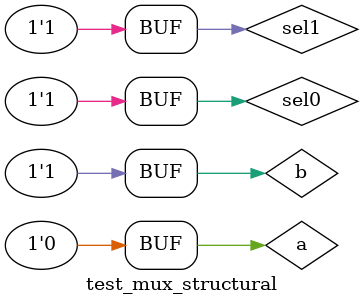
<source format=v>
`timescale 1ns / 1ps


module test_mux_structural;
    reg a, b;
    reg sel0, sel1;
    wire out;
    
    mux_structural my_mux(.out(out), .in1(a), .in2(b), .s1(sel0), .s2(sel1));
    
    initial begin
        a = 1;
        b = 0;
        
        sel0 = 0;
        sel1 = 0;
        
        #100;
        
        a = 0;
        b = 1;
        
        sel0 = 1;
        sel1 = 0;
        
        #100;
        
        a = 1;
        b = 0;
        
        sel0 = 0;
        sel1 = 1;
        
        #100;
        
        a = 0;
        b = 1;
        
        sel0 = 1;
        sel1 = 1;
        
    end
endmodule

</source>
